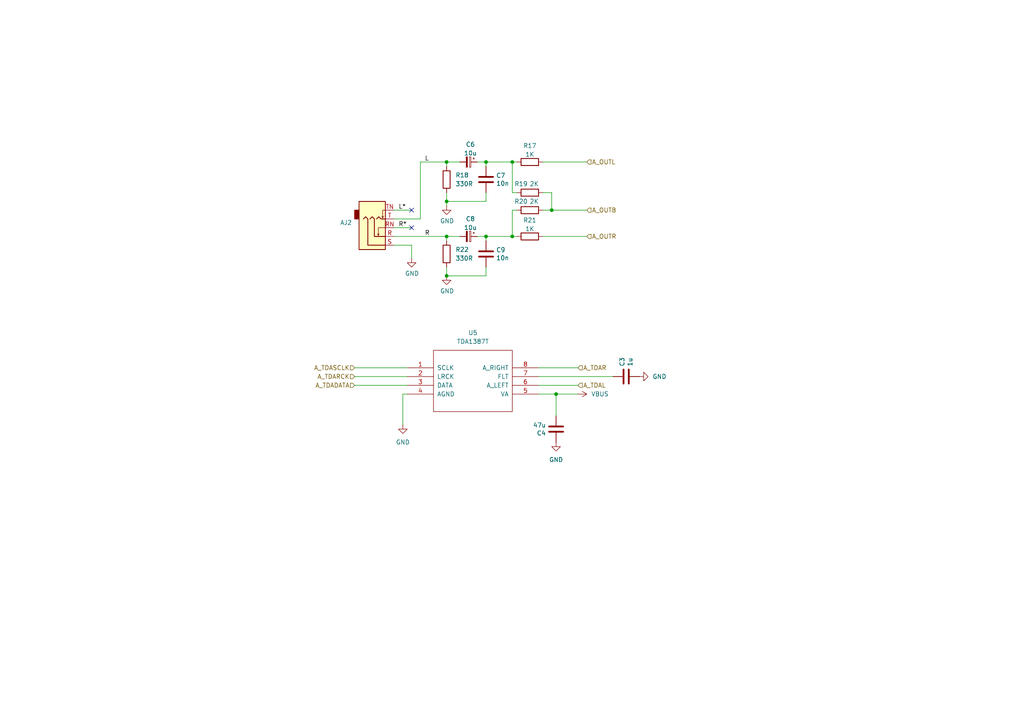
<source format=kicad_sch>
(kicad_sch (version 20231120) (generator "eeschema") (generator_version "8.0")
  (paper "A4")
  (title_block (title "Frank M2") (date "2025-02-02") (rev "1.01") (company "Mikhail Matveev") (comment 1 "https://github.com/xtremespb/frank"))
  (lib_symbols
    (symbol "Device:C" (pin_numbers hide) (pin_names (offset 0.254))
      (property "Reference" "C" (at 0.635 2.54 0))
      (property "Value" "C" (at 0.635 -2.54 0))
      (symbol "C_0_1"
        (polyline (pts (xy -2.032 -0.762) (xy 2.032 -0.762)) (stroke (width 0.508)))
        (polyline (pts (xy -2.032 0.762) (xy 2.032 0.762)) (stroke (width 0.508)))
      )
      (symbol "C_1_1"
        (pin passive line (at 0 3.81 270) (length 2.794) (name "~") (number "1"))
        (pin passive line (at 0 -3.81 90) (length 2.794) (name "~") (number "2"))
      )
    )
    (symbol "Device:C_Polarized_Small" (pin_numbers hide) (pin_names (offset 0.254) hide)
      (property "Reference" "C" (at 0.254 1.778 0))
      (property "Value" "C_Polarized_Small" (at 0.254 -2.032 0))
      (symbol "C_Polarized_Small_0_1"
        (rectangle (start -1.524 -0.3048) (end 1.524 -0.6858) (fill (type outline)))
        (rectangle (start -1.524 0.6858) (end 1.524 0.3048))
        (polyline (pts (xy -1.27 1.524) (xy -0.762 1.524)))
        (polyline (pts (xy -1.016 1.27) (xy -1.016 1.778)))
      )
      (symbol "C_Polarized_Small_1_1"
        (pin passive line (at 0 2.54 270) (length 1.8542) (name "~") (number "1"))
        (pin passive line (at 0 -2.54 90) (length 1.8542) (name "~") (number "2"))
      )
    )
    (symbol "Device:R" (pin_numbers hide) (pin_names (offset 0))
      (property "Reference" "R" (at 2.032 0 90))
      (property "Value" "R" (at 0 0 90))
      (symbol "R_0_1"
        (rectangle (start -1.016 -2.54) (end 1.016 2.54) (stroke (width 0.254)))
      )
      (symbol "R_1_1"
        (pin passive line (at 0 3.81 270) (length 1.27) (name "~") (number "1"))
        (pin passive line (at 0 -3.81 90) (length 1.27) (name "~") (number "2"))
      )
    )
    (symbol "FRANK:AudioJack_3.5mm"
      (property "Reference" "AJ2" (at -7.1119 -4.0097 0))
      (symbol "AudioJack_3.5mm_0_1"
        (rectangle (start -5.08 -5.08) (end -6.35 -7.62) (stroke (width 0.254)) (fill (type outline)))
        (polyline (pts (xy 0.508 -0.254) (xy 0.762 -0.762)))
        (polyline (pts (xy 1.778 -5.334) (xy 2.032 -5.842)))
        (polyline (pts (xy 0 -5.08) (xy 0.635 -5.715) (xy 1.27 -5.08) (xy 2.54 -5.08)) (stroke (width 0.254)))
        (polyline (pts (xy 2.54 -7.62) (xy 1.778 -7.62) (xy 1.778 -5.334) (xy 1.524 -5.842)))
        (polyline (pts (xy 2.54 -2.54) (xy 0.508 -2.54) (xy 0.508 -0.254) (xy 0.254 -0.762)))
        (polyline (pts (xy -1.905 -5.08) (xy -1.27 -5.715) (xy -0.635 -5.08) (xy -0.635 0) (xy 2.54 0)) (stroke (width 0.254)))
        (polyline (pts (xy 2.54 2.54) (xy -2.54 2.54) (xy -2.54 -5.08) (xy -3.175 -5.715) (xy -3.81 -5.08)) (stroke (width 0.254)))
        (rectangle (start 2.54 3.81) (end -5.08 -10.16) (stroke (width 0.254)) (fill (type background)))
      )
      (symbol "AudioJack_3.5mm_1_1"
        (pin passive line (at 5.08 0 180) (length 2.54) (name "~") (number "R"))
        (pin passive line (at 5.08 -2.54 180) (length 2.54) (name "~") (number "RN"))
        (pin passive line (at 5.08 2.54 180) (length 2.54) (name "~") (number "S"))
        (pin passive line (at 5.08 -5.08 180) (length 2.54) (name "~") (number "T"))
        (pin passive line (at 5.08 -7.62 180) (length 2.54) (name "~") (number "TN"))
      )
    )
    (symbol "FRANK:TDA1387T" (pin_names (offset 1.016))
      (property "Reference" "U4" (at 0 12.9075 0))
      (property "Value" "TDA1387T" (at 0 10.4832 0))
      (symbol "TDA1387T_1_0"
        (rectangle (start -11.43 -8.89) (end 11.43 8.89))
      )
      (symbol "TDA1387T_1_1"
        (pin input line (at -19.05 3.81 0) (length 7.62) (name "SCLK") (number "1"))
        (pin input line (at -19.05 1.27 0) (length 7.62) (name "LRCK") (number "2"))
        (pin input line (at -19.05 -1.27 0) (length 7.62) (name "DATA") (number "3"))
        (pin input line (at -19.05 -3.81 0) (length 7.62) (name "AGND") (number "4"))
        (pin input line (at 19.05 -3.81 180) (length 7.62) (name "VA") (number "5"))
        (pin input line (at 19.05 -1.27 180) (length 7.62) (name "A_LEFT") (number "6"))
        (pin input line (at 19.05 1.27 180) (length 7.62) (name "FLT") (number "7"))
        (pin input line (at 19.05 3.81 180) (length 7.62) (name "A_RIGHT") (number "8"))
      )
    )
    (symbol "GND_1" (power) (pin_numbers hide) (pin_names (offset 0) hide)
      (property "Value" "GND" (at 0 -3.81 0))
      (symbol "GND_1_0_1"
        (polyline (pts (xy 0 0) (xy 0 -1.27) (xy 1.27 -1.27) (xy 0 -2.54) (xy -1.27 -1.27) (xy 0 -1.27)))
      )
      (symbol "GND_1_1_1"
        (pin power_in line (at 0 0 270) (length 0) (name "~") (number "1"))
      )
    )
    (symbol "GND_2" (power) (pin_numbers hide) (pin_names (offset 0) hide)
      (property "Value" "GND" (at 0 -3.81 0))
      (symbol "GND_2_0_1"
        (polyline (pts (xy 0 0) (xy 0 -1.27) (xy 1.27 -1.27) (xy 0 -2.54) (xy -1.27 -1.27) (xy 0 -1.27)))
      )
      (symbol "GND_2_1_1"
        (pin power_in line (at 0 0 270) (length 0) (name "~") (number "1"))
      )
    )
    (symbol "GND_3" (power) (pin_numbers hide) (pin_names (offset 0) hide)
      (property "Value" "GND" (at 0 -3.81 0))
      (symbol "GND_3_0_1"
        (polyline (pts (xy 0 0) (xy 0 -1.27) (xy 1.27 -1.27) (xy 0 -2.54) (xy -1.27 -1.27) (xy 0 -1.27)))
      )
      (symbol "GND_3_1_1"
        (pin power_in line (at 0 0 270) (length 0) (name "~") (number "1"))
      )
    )
    (symbol "GND_6" (power) (pin_numbers hide) (pin_names (offset 0) hide)
      (property "Value" "GND" (at 0 -3.81 0))
      (symbol "GND_6_0_1"
        (polyline (pts (xy 0 0) (xy 0 -1.27) (xy 1.27 -1.27) (xy 0 -2.54) (xy -1.27 -1.27) (xy 0 -1.27)))
      )
      (symbol "GND_6_1_1"
        (pin power_in line (at 0 0 270) (length 0) (name "~") (number "1"))
      )
    )
    (symbol "power:GND" (power) (pin_numbers hide) (pin_names (offset 0) hide)
      (property "Value" "GND" (at 0 -3.81 0))
      (symbol "GND_0_1"
        (polyline (pts (xy 0 0) (xy 0 -1.27) (xy 1.27 -1.27) (xy 0 -2.54) (xy -1.27 -1.27) (xy 0 -1.27)))
      )
      (symbol "GND_1_1"
        (pin power_in line (at 0 0 270) (length 0) (name "~") (number "1"))
      )
    )
    (symbol "power:VBUS" (power) (pin_numbers hide) (pin_names (offset 0) hide)
      (property "Value" "VBUS" (at 0 3.556 0))
      (symbol "VBUS_0_1"
        (polyline (pts (xy -0.762 1.27) (xy 0 2.54)))
        (polyline (pts (xy 0 0) (xy 0 2.54)))
        (polyline (pts (xy 0 2.54) (xy 0.762 1.27)))
      )
      (symbol "VBUS_1_1"
        (pin power_in line (at 0 0 90) (length 0) (name "~") (number "1"))
      )
    )
  )
  (junction (at 129.54 46.99))
  (junction (at 148.59 68.58))
  (junction (at 129.54 58.42))
  (junction (at 160.02 60.96))
  (junction (at 129.54 80.01))
  (junction (at 140.97 68.58))
  (junction (at 129.54 68.58))
  (junction (at 161.29 114.3))
  (junction (at 148.59 46.99))
  (junction (at 140.97 46.99))
  (no_connect (at 119.38 60.96))
  (no_connect (at 119.38 66.04))
  (wire (pts (xy 140.97 68.58) (xy 148.59 68.58)))
  (wire (pts (xy 140.97 68.58) (xy 138.43 68.58)))
  (wire (pts (xy 140.97 46.99) (xy 148.59 46.99)))
  (wire (pts (xy 121.92 46.99) (xy 129.54 46.99)))
  (wire (pts (xy 102.87 106.68) (xy 118.11 106.68)))
  (wire (pts (xy 149.86 60.96) (xy 148.59 60.96)))
  (wire (pts (xy 140.97 80.01) (xy 129.54 80.01)))
  (wire (pts (xy 114.3 71.12) (xy 119.38 71.12)))
  (wire (pts (xy 129.54 55.88) (xy 129.54 58.42)))
  (wire (pts (xy 148.59 68.58) (xy 149.86 68.58)))
  (wire (pts (xy 140.97 58.42) (xy 129.54 58.42)))
  (wire (pts (xy 140.97 46.99) (xy 138.43 46.99)))
  (wire (pts (xy 114.3 63.5) (xy 121.92 63.5)))
  (wire (pts (xy 156.21 111.76) (xy 167.64 111.76)))
  (wire (pts (xy 114.3 68.58) (xy 129.54 68.58)))
  (wire (pts (xy 102.87 111.76) (xy 118.11 111.76)))
  (wire (pts (xy 148.59 46.99) (xy 149.86 46.99)))
  (wire (pts (xy 133.35 68.58) (xy 129.54 68.58)))
  (wire (pts (xy 160.02 60.96) (xy 157.48 60.96)))
  (wire (pts (xy 140.97 48.26) (xy 140.97 46.99)))
  (wire (pts (xy 140.97 55.88) (xy 140.97 58.42)))
  (wire (pts (xy 161.29 114.3) (xy 167.64 114.3)))
  (wire (pts (xy 149.86 55.88) (xy 148.59 55.88)))
  (wire (pts (xy 156.21 114.3) (xy 161.29 114.3)))
  (wire (pts (xy 129.54 46.99) (xy 129.54 48.26)))
  (wire (pts (xy 129.54 58.42) (xy 129.54 59.69)))
  (wire (pts (xy 156.21 106.68) (xy 167.64 106.68)))
  (wire (pts (xy 157.48 46.99) (xy 170.18 46.99)))
  (wire (pts (xy 129.54 68.58) (xy 129.54 69.85)))
  (wire (pts (xy 157.48 55.88) (xy 160.02 55.88)))
  (wire (pts (xy 161.29 114.3) (xy 161.29 120.65)))
  (wire (pts (xy 157.48 68.58) (xy 170.18 68.58)))
  (wire (pts (xy 156.21 109.22) (xy 177.8 109.22)))
  (wire (pts (xy 121.92 46.99) (xy 121.92 63.5)))
  (wire (pts (xy 129.54 77.47) (xy 129.54 80.01)))
  (wire (pts (xy 160.02 60.96) (xy 170.18 60.96)))
  (wire (pts (xy 160.02 55.88) (xy 160.02 60.96)))
  (wire (pts (xy 140.97 77.47) (xy 140.97 80.01)))
  (wire (pts (xy 119.38 71.12) (xy 119.38 74.93)))
  (wire (pts (xy 133.35 46.99) (xy 129.54 46.99)))
  (wire (pts (xy 114.3 66.04) (xy 119.38 66.04)))
  (wire (pts (xy 140.97 69.85) (xy 140.97 68.58)))
  (wire (pts (xy 118.11 114.3) (xy 116.84 114.3)))
  (wire (pts (xy 114.3 60.96) (xy 119.38 60.96)))
  (wire (pts (xy 102.87 109.22) (xy 118.11 109.22)))
  (wire (pts (xy 148.59 60.96) (xy 148.59 68.58)))
  (wire (pts (xy 116.84 114.3) (xy 116.84 123.19)))
  (wire (pts (xy 148.59 46.99) (xy 148.59 55.88)))
  (label "L" (at 123.19 46.99 0))
  (label "R" (at 123.19 68.58 0))
  (label "L*" (at 115.57 60.96 0))
  (label "R*" (at 115.57 66.04 0))
  (hierarchical_label "A_OUTL" (shape input) (at 170.18 46.99 0))
  (hierarchical_label "A_OUTB" (shape input) (at 170.18 60.96 0))
  (hierarchical_label "A_TDAL" (shape input) (at 167.64 111.76 0))
  (hierarchical_label "A_TDASCLK" (shape input) (at 102.87 106.68 180))
  (hierarchical_label "A_TDAR" (shape input) (at 167.64 106.68 0))
  (hierarchical_label "A_TDARCK" (shape input) (at 102.87 109.22 180))
  (hierarchical_label "A_OUTR" (shape input) (at 170.18 68.58 0))
  (hierarchical_label "A_TDADATA" (shape input) (at 102.87 111.76 180))
  (symbol (lib_id "power:GND") (at 116.84 123.19 0) (unit 1)
    (property "Reference" "#PWR029" (effects (hide yes)))
    (property "Value" "GND" (at 116.84 128.27 0))
    (property "Description" "Power symbol creates a global label with name \"GND\" , ground" (effects (hide yes)))
  )
  (symbol (lib_id "Device:R") (at 153.67 55.88 90) (unit 1)
    (property "Reference" "R19" (at 151.13 53.34 90))
    (property "Value" "2K" (at 154.94 53.34 90))
    (property "Footprint" "FRANK:Resistor (0805)" (effects (hide yes)))
    (property "Datasheet" "https://www.vishay.com/docs/28952/mcs0402at-mct0603at-mcu0805at-mca1206at.pdf" (effects (hide yes)))
    (property "AliExpress" "https://www.aliexpress.com/item/1005005945735199.html" (effects (hide yes)))
  )
  (symbol (lib_id "Device:C") (at 181.61 109.22 90) (unit 1)
    (property "Reference" "C3" (at 180.4416 106.299 0) (effects (justify left)))
    (property "Value" "1u" (at 182.753 106.299 0) (effects (justify left)))
    (property "Footprint" "FRANK:Capacitor (0805)" (effects (hide yes)))
    (property "Datasheet" "https://eu.mouser.com/datasheet/2/40/KGM_X7R-3223212.pdf" (effects (hide yes)))
    (property "AliExpress" "https://www.aliexpress.com/item/33008008276.html" (effects (hide yes)))
  )
  (symbol (lib_id "Device:C_Polarized_Small") (at 135.89 68.58 270) (unit 1)
    (property "Reference" "C8" (at 136.4361 63.4832 90))
    (property "Value" "10u" (at 136.4361 66.0201 90))
    (property "Footprint" "FRANK:Capacitor (3528, tantalum, polar)" (effects (hide yes)))
    (property "Datasheet" "https://eu.mouser.com/datasheet/2/447/KEM_T2005_T491-3316937.pdf" (effects (hide yes)))
    (property "AliExpress" "https://www.aliexpress.com/item/1005006870280809.html" (effects (hide yes)))
  )
  (symbol (lib_id "Device:R") (at 153.67 68.58 90) (unit 1)
    (property "Reference" "R21" (at 153.67 63.8642 90))
    (property "Value" "1K" (at 153.67 66.4011 90))
    (property "Footprint" "FRANK:Resistor (0805)" (effects (hide yes)))
    (property "Datasheet" "https://www.vishay.com/docs/28952/mcs0402at-mct0603at-mcu0805at-mca1206at.pdf" (effects (hide yes)))
    (property "AliExpress" "https://www.aliexpress.com/item/1005005945735199.html" (effects (hide yes)))
  )
  (symbol (lib_id "Device:R") (at 129.54 73.66 0) (unit 1)
    (property "Reference" "R22" (at 132.08 72.3899 0) (effects (justify left)))
    (property "Value" "330R" (at 132.08 74.9299 0) (effects (justify left)))
    (property "Footprint" "FRANK:Resistor (0805)" (effects (hide yes)))
    (property "Datasheet" "https://www.vishay.com/docs/28952/mcs0402at-mct0603at-mcu0805at-mca1206at.pdf" (effects (hide yes)))
    (property "AliExpress" "https://www.aliexpress.com/item/1005005945735199.html" (effects (hide yes)))
  )
  (symbol (lib_id "Device:R") (at 153.67 60.96 90) (unit 1)
    (property "Reference" "R20" (at 151.13 58.42 90))
    (property "Value" "2K" (at 154.94 58.42 90))
    (property "Footprint" "FRANK:Resistor (0805)" (effects (hide yes)))
    (property "Datasheet" "https://www.vishay.com/docs/28952/mcs0402at-mct0603at-mcu0805at-mca1206at.pdf" (effects (hide yes)))
    (property "AliExpress" "https://www.aliexpress.com/item/1005005945735199.html" (effects (hide yes)))
  )
  (symbol (lib_name "GND_3") (lib_id "power:GND") (at 129.54 59.69 0) (unit 1)
    (property "Reference" "#PWR024" (effects (hide yes)))
    (property "Value" "GND" (at 129.667 64.0842 0))
    (property "Description" "Power symbol creates a global label with name \"GND\" , ground" (effects (hide yes)))
  )
  (symbol (lib_id "Device:R") (at 153.67 46.99 90) (unit 1)
    (property "Reference" "R17" (at 153.67 42.2742 90))
    (property "Value" "1K" (at 153.67 44.8111 90))
    (property "Footprint" "FRANK:Resistor (0805)" (effects (hide yes)))
    (property "Datasheet" "https://www.vishay.com/docs/28952/mcs0402at-mct0603at-mcu0805at-mca1206at.pdf" (effects (hide yes)))
    (property "AliExpress" "https://www.aliexpress.com/item/1005005945735199.html" (effects (hide yes)))
  )
  (symbol (lib_id "FRANK:TDA1387T") (at 137.16 110.49 0) (unit 1)
    (property "Reference" "U5" (at 137.16 96.52 0))
    (property "Value" "TDA1387T" (at 137.16 99.06 0))
    (property "Footprint" "FRANK:SO-8" (effects (hide yes)))
    (property "Datasheet" "https://github.com/xtremespb/frank/raw/refs/heads/minifrank_rev2/DOCS/TDA1387T.pdf" (effects (hide yes)))
    (property "AliExpress" "https://www.aliexpress.com/item/32995595000.html" (effects (hide yes)))
  )
  (symbol (lib_name "GND_6") (lib_id "power:GND") (at 185.42 109.22 90) (unit 1)
    (property "Reference" "#PWR027" (effects (hide yes)))
    (property "Value" "GND" (at 189.23 109.2199 90) (effects (justify right)))
    (property "Description" "Power symbol creates a global label with name \"GND\" , ground" (effects (hide yes)))
  )
  (symbol (lib_id "FRANK:AudioJack_3.5mm") (at 109.22 68.58 0) (mirror x) (unit 1)
    (property "Reference" "AJ2" (at 102.1081 64.5703 0) (effects (justify right)))
    (property "Value" "SJ1-353XNG" (effects (hide yes)))
    (property "Footprint" "FRANK:Jack (3.5mm)" (effects (hide yes)))
    (property "Datasheet" "https://eu.mouser.com/datasheet/2/1628/sj1_353xng-3511142.pdf" (effects (hide yes)))
    (property "AliExpress" "https://www.aliexpress.com/item/1005006710837751.html" (effects (hide yes)))
  )
  (symbol (lib_id "power:VBUS") (at 167.64 114.3 270) (unit 1)
    (property "Reference" "#PWR028" (effects (hide yes)))
    (property "Value" "VBUS" (at 171.45 114.2999 90) (effects (justify left)))
    (property "Description" "Power symbol creates a global label with name \"VBUS\"" (effects (hide yes)))
  )
  (symbol (lib_name "GND_6") (lib_id "power:GND") (at 161.29 128.27 0) (unit 1)
    (property "Reference" "#PWR015" (effects (hide yes)))
    (property "Value" "GND" (at 161.29 133.35 0))
    (property "Description" "Power symbol creates a global label with name \"GND\" , ground" (effects (hide yes)))
  )
  (symbol (lib_id "Device:C") (at 140.97 73.66 0) (unit 1)
    (property "Reference" "C9" (at 143.891 72.4916 0) (effects (justify left)))
    (property "Value" "10n" (at 143.891 74.803 0) (effects (justify left)))
    (property "Footprint" "FRANK:Capacitor (0805)" (effects (hide yes)))
    (property "Datasheet" "https://eu.mouser.com/datasheet/2/40/KGM_X7R-3223212.pdf" (effects (hide yes)))
    (property "AliExpress" "https://www.aliexpress.com/item/33008008276.html" (effects (hide yes)))
  )
  (symbol (lib_id "Device:C") (at 140.97 52.07 0) (unit 1)
    (property "Reference" "C7" (at 143.891 50.9016 0) (effects (justify left)))
    (property "Value" "10n" (at 143.891 53.213 0) (effects (justify left)))
    (property "Footprint" "FRANK:Capacitor (0805)" (effects (hide yes)))
    (property "Datasheet" "https://eu.mouser.com/datasheet/2/40/KGM_X7R-3223212.pdf" (effects (hide yes)))
    (property "AliExpress" "https://www.aliexpress.com/item/33008008276.html" (effects (hide yes)))
  )
  (symbol (lib_id "Device:C_Polarized_Small") (at 135.89 46.99 270) (unit 1)
    (property "Reference" "C6" (at 136.4361 41.8932 90))
    (property "Value" "10u" (at 136.4361 44.4301 90))
    (property "Footprint" "FRANK:Capacitor (3528, tantalum, polar)" (effects (hide yes)))
    (property "Datasheet" "https://eu.mouser.com/datasheet/2/447/KEM_T2005_T491-3316937.pdf" (effects (hide yes)))
    (property "AliExpress" "https://www.aliexpress.com/item/1005006870280809.html" (effects (hide yes)))
  )
  (symbol (lib_name "GND_2") (lib_id "power:GND") (at 129.54 80.01 0) (unit 1)
    (property "Reference" "#PWR026" (effects (hide yes)))
    (property "Value" "GND" (at 129.667 84.4042 0))
    (property "Description" "Power symbol creates a global label with name \"GND\" , ground" (effects (hide yes)))
  )
  (symbol (lib_id "Device:R") (at 129.54 52.07 0) (unit 1)
    (property "Reference" "R18" (at 132.08 50.7999 0) (effects (justify left)))
    (property "Value" "330R" (at 132.08 53.3399 0) (effects (justify left)))
    (property "Footprint" "FRANK:Resistor (0805)" (effects (hide yes)))
    (property "Datasheet" "https://www.vishay.com/docs/28952/mcs0402at-mct0603at-mcu0805at-mca1206at.pdf" (effects (hide yes)))
    (property "AliExpress" "https://www.aliexpress.com/item/1005005945735199.html" (effects (hide yes)))
  )
  (symbol (lib_name "GND_1") (lib_id "power:GND") (at 119.38 74.93 0) (unit 1)
    (property "Reference" "#PWR025" (effects (hide yes)))
    (property "Value" "GND" (at 119.507 79.3242 0))
    (property "Description" "Power symbol creates a global label with name \"GND\" , ground" (effects (hide yes)))
  )
  (symbol (lib_id "Device:C") (at 161.29 124.46 180) (unit 1)
    (property "Reference" "C4" (at 158.369 125.6284 0) (effects (justify left)))
    (property "Value" "47u" (at 158.369 123.317 0) (effects (justify left)))
    (property "Footprint" "FRANK:Capacitor (0805)" (effects (hide yes)))
    (property "Datasheet" "https://eu.mouser.com/datasheet/2/40/KGM_X7R-3223212.pdf" (effects (hide yes)))
    (property "AliExpress" "https://www.aliexpress.com/item/33008008276.html" (effects (hide yes)))
  )
)
</source>
